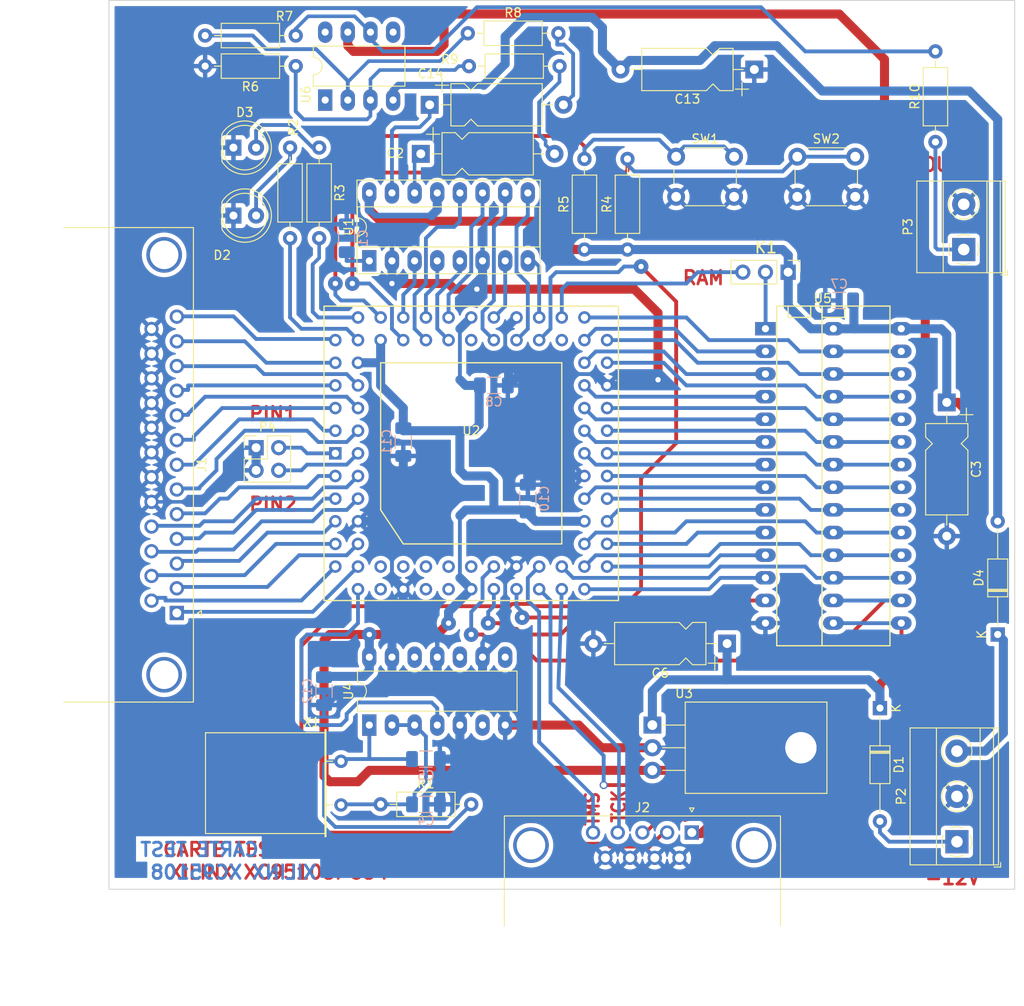
<source format=kicad_pcb>
(kicad_pcb (version 20241229) (generator "pcbnew") (generator_version "9.0")
  (title_block (title "CARTE TEST XILINX XC95108") (rev "0"))
  (layers (0 "F.Cu" signal) (2 "B.Cu" signal) (13 "F.Paste" user) (15 "B.Paste" user) (5 "F.SilkS" user "F.Silkscreen") (7 "B.SilkS" user "B.Silkscreen") (1 "F.Mask" user) (3 "B.Mask" user) (25 "Edge.Cuts" user))
  (net 0 "")
  (net 1 "+12V")
  (net 2 "-12V")
  (net 3 "/CSMEM")
  (net 4 "/DAT0")
  (net 5 "/DAT1")
  (net 6 "/DAT2")
  (net 7 "/DAT3")
  (net 8 "/DAT4")
  (net 9 "/DAT5")
  (net 10 "/DAT6")
  (net 11 "/DAT7")
  (net 12 "/DCLK")
  (net 13 "/LED1")
  (net 14 "/LED2")
  (net 15 "/MA0")
  (net 16 "/MA1")
  (net 17 "/MA2")
  (net 18 "/MA3")
  (net 19 "/MA4")
  (net 20 "/MA5")
  (net 21 "/MA6")
  (net 22 "/MA7")
  (net 23 "/MD0")
  (net 24 "/MD1")
  (net 25 "/MD10")
  (net 26 "/MD11")
  (net 27 "/MD12")
  (net 28 "/MD13")
  (net 29 "/MD14")
  (net 30 "/MD2")
  (net 31 "/MD3")
  (net 32 "/MD4")
  (net 33 "/MD5")
  (net 34 "/MD6")
  (net 35 "/MD7")
  (net 36 "/MD8")
  (net 37 "/MD9")
  (net 38 "/OEMEM")
  (net 39 "/PARBUS0")
  (net 40 "/PARBUS1")
  (net 41 "/PARBUS2")
  (net 42 "/PARBUS3")
  (net 43 "/PARBUS4")
  (net 44 "/PARBUS5")
  (net 45 "/PARBUS6")
  (net 46 "/PARBUS7")
  (net 47 "/PAR_AUX0{slash}STROBE*")
  (net 48 "/PAR_AUX6{slash}ACK")
  (net 49 "/PAR_AUX5{slash}BUSY*")
  (net 50 "/PAR_AUX4{slash}PE")
  (net 51 "/PAR_AUX3{slash}SELECT*")
  (net 52 "/PAR_AUX2{slash}AUTOLF*")
  (net 53 "/PAR_AUX1{slash}ERROR*")
  (net 54 "/PAR_AUX7{slash}INIT")
  (net 55 "/PAR_AUX8{slash}SELECT")
  (net 56 "/PIN_TEST0")
  (net 57 "/PIN_TEST1")
  (net 58 "/XIN{slash}CLK")
  (net 59 "/SW0")
  (net 60 "/SW1")
  (net 61 "/TCK")
  (net 62 "/TDI")
  (net 63 "/TDO")
  (net 64 "/TMS")
  (net 65 "Net-(U1-VREF)")
  (net 66 "GND")
  (net 67 "Net-(C2-Pad1)")
  (net 68 "Net-(C14-Pad1)")
  (net 69 "Net-(C14-Pad2)")
  (net 70 "Net-(D2-A)")
  (net 71 "Net-(C2-Pad2)")
  (net 72 "Net-(C4-Pad1)")
  (net 73 "Net-(C5-Pad1)")
  (net 74 "Net-(D3-A)")
  (net 75 "Net-(K1-PM)")
  (net 76 "Net-(P3-P1)")
  (net 77 "Net-(U6-+)")
  (net 78 "Net-(U6-OUT)")
  (net 79 "VCC")
  (net 80 "/+12BATT")
  (net 81 "/-12BATT")
  (net 82 "Net-(U6--)")
  (net 91 "/R{slash}W-A14")
  (footprint "footprints:D_DO-35_SOD27_P12.70mm_Horizontal" (layer "F.Cu") (at 181.102 115.57 -90)
    (property "Reference" "D1")
    (property "Value" "1N4004")
  )
  (footprint "footprints:D_DO-35_SOD27_P12.70mm_Horizontal" (layer "F.Cu") (at 194.31 107.315 90)
    (property "Reference" "D4")
    (property "Value" "1N4004")
  )
  (footprint "footprints:SW_PUSH_6mm_H4.3mm" (layer "F.Cu") (at 158.242 53.721)
    (property "Reference" "SW1")
    (property "Value" "SW_PUSH")
  )
  (footprint "footprints:PLCC84" (layer "F.Cu") (at 135.255 86.995)
    (property "Reference" "U2")
    (property "Value" "XC95108PC84")
  )
  (footprint "footprints:DIP-14_W7.62mm_LongPads" (layer "F.Cu") (at 123.825 117.475 90)
    (property "Reference" "U4")
    (property "Value" "74HC04")
  )
  (footprint "footprints:PinHeader_2x02_P2.54mm_Vertical" (layer "F.Cu") (at 111.125 86.36)
    (property "Reference" "P4")
    (property "Value" "CONN_2X2")
  )
  (footprint "footprints:PinHeader_1x03_P2.54mm_Vertical" (layer "F.Cu") (at 170.8 66.675 -90)
    (property "Reference" "K1")
    (property "Value" "CONN_3" (hide yes))
  )
  (footprint "footprints:R_Axial_DIN0207_L6.3mm_D2.5mm_P10.16mm_Horizontal" (layer "F.Cu") (at 114.935 52.705 -90)
    (property "Reference" "R2")
    (property "Value" "330")
  )
  (footprint "footprints:R_Axial_DIN0207_L6.3mm_D2.5mm_P10.16mm_Horizontal" (layer "F.Cu") (at 134.874 39.878)
    (property "Reference" "R8")
    (property "Value" "2,2K")
  )
  (footprint "footprints:R_Axial_DIN0207_L6.3mm_D2.5mm_P10.16mm_Horizontal" (layer "F.Cu") (at 187.325 52.07 90)
    (property "Reference" "R10")
    (property "Value" "75")
  )
  (footprint "footprints:R_Axial_DIN0207_L6.3mm_D2.5mm_P10.16mm_Horizontal" (layer "F.Cu") (at 135.001 43.561)
    (property "Reference" "R9")
    (property "Value" "2,2K")
  )
  (footprint "footprints:R_Axial_DIN0207_L6.3mm_D2.5mm_P10.16mm_Horizontal" (layer "F.Cu") (at 125.095 126.365)
    (property "Reference" "R1")
    (property "Value" "100K")
  )
  (footprint "footprints:R_Axial_DIN0207_L6.3mm_D2.5mm_P10.16mm_Horizontal" (layer "F.Cu") (at 147.955 64.135 90)
    (property "Reference" "R5")
    (property "Value" "4,7K")
  )
  (footprint "footprints:R_Axial_DIN0207_L6.3mm_D2.5mm_P10.16mm_Horizontal" (layer "F.Cu") (at 115.57 43.561 180)
    (property "Reference" "R6")
    (property "Value" "1,1k")
  )
  (footprint "footprints:R_Axial_DIN0207_L6.3mm_D2.5mm_P10.16mm_Horizontal" (layer "F.Cu") (at 118.2 52.7 -90)
    (property "Reference" "R3")
    (property "Value" "330")
  )
  (footprint "footprints:DIP-16_W7.62mm_Socket_LongPads" (layer "F.Cu") (at 123.825 65.405 90)
    (property "Reference" "U1")
    (property "Value" "TDA8702")
  )
  (footprint "footprints:Crystal_HC18-U_Horizontal" (layer "F.Cu") (at 120.65 121.539 -90)
    (property "Reference" "X1")
    (property "Value" "10MHz")
  )
  (footprint "footprints:R_Axial_DIN0207_L6.3mm_D2.5mm_P10.16mm_Horizontal" (layer "F.Cu") (at 152.781 64.135 90)
    (property "Reference" "R4")
    (property "Value" "4,7K")
  )
  (footprint "footprints:R_Axial_DIN0207_L6.3mm_D2.5mm_P10.16mm_Horizontal" (layer "F.Cu") (at 115.57 40.132 180)
    (property "Reference" "R7")
    (property "Value" "1,1K")
  )
  (footprint "footprints:LED_D5.0mm" (layer "F.Cu") (at 108.585 52.705)
    (property "Reference" "D3")
    (property "Value" "LED")
  )
  (footprint "footprints:LED_D5.0mm" (layer "F.Cu") (at 108.585 60.325)
    (property "Reference" "D2")
    (property "Value" "LED")
  )
  (footprint "footprints:DIP-8_W7.62mm_LongPads" (layer "F.Cu") (at 118.872 47.371 90)
    (property "Reference" "U6")
    (property "Value" "LM318N")
  )
  (footprint "footprints:DSUB-25_Female_Horizontal_P2.77x2.84mm_EdgePinOffset9.90mm_Housed_MountingHolesOffset11.32mm" (layer "F.Cu") (at 102.235 104.902 -90)
    (property "Reference" "J1")
    (property "Value" "DB25")
  )
  (footprint "footprints:TO-220-3_Horizontal_TabDown" (layer "F.Cu") (at 155.575 117.475 -90)
    (property "Reference" "U3")
    (property "Value" "LM7805")
  )
  (footprint "footprints:DSUB-9_Female_Horizontal_P2.77x2.84mm_EdgePinOffset7.70mm_Housed_MountingHolesOffset9.12mm" (layer "F.Cu") (at 159.999 129.527)
    (property "Reference" "J2")
    (property "Value" "DB9FEM")
  )
  (footprint "footprints:TerminalBlock_Phoenix_MKDS-1,5-3-5.08_1x03_P5.08mm_Horizontal" (layer "F.Cu") (at 189.738 130.556 90)
    (property "Reference" "P2")
    (property "Value" "CONN_3")
  )
  (footprint "footprints:TerminalBlock_Phoenix_MKDS-1,5-2-5.08_1x02_P5.08mm_Horizontal" (layer "F.Cu") (at 190.5 64.135 90)
    (property "Reference" "P3")
    (property "Value" "CONN_2")
  )
  (footprint "footprints:CP_Axial_L10.0mm_D4.5mm_P15.00mm_Horizontal" (layer "F.Cu") (at 167.005 43.942 180)
    (property "Reference" "C13")
    (property "Value" "10uF")
  )
  (footprint "footprints:CP_Axial_L10.0mm_D4.5mm_P15.00mm_Horizontal" (layer "F.Cu") (at 163.957 108.331 180)
    (property "Reference" "C6")
    (property "Value" "47uF")
  )
  (footprint "footprints:CP_Axial_L10.0mm_D4.5mm_P15.00mm_Horizontal" (layer "F.Cu") (at 188.595 81.28 -90)
    (property "Reference" "C3")
    (property "Value" "10uF")
  )
  (footprint "footprints:CP_Axial_L10.0mm_D4.5mm_P15.00mm_Horizontal" (layer "F.Cu") (at 129.6 53.4)
    (property "Reference" "C2")
    (property "Value" "10uF")
  )
  (footprint "footprints:SW_PUSH_6mm_H4.3mm" (layer "F.Cu") (at 171.831 53.721)
    (property "Reference" "SW2")
    (property "Value" "SW_PUSH")
  )
  (footprint "footprints:DIP-28__300__600_ELL" (layer "F.Cu") (at 168.275 73.025)
    (property "Reference" "U5")
    (property "Value" "RAM_32KO")
  )
  (footprint "footprints:CP_Axial_L10.0mm_D4.5mm_P15.00mm_Horizontal" (layer "F.Cu") (at 130.6 47.9)
    (property "Reference" "C14")
    (property "Value" "10uF")
  )
  (footprint "footprints:C_1206_3216Metric_Pad1.33x1.80mm_HandSolder" (layer "B.Cu") (at 121.285 62.865 90)
    (property "Reference" "C1")
    (property "Value" "100nF")
  )
  (footprint "footprints:C_1206_3216Metric_Pad1.33x1.80mm_HandSolder" (layer "B.Cu") (at 130.175 126.365)
    (property "Reference" "C4")
    (property "Value" "22pF")
  )
  (footprint "footprints:C_1206_3216Metric_Pad1.33x1.80mm_HandSolder" (layer "B.Cu") (at 130.175 121.285)
    (property "Reference" "C5")
    (property "Value" "22pF")
  )
  (footprint "footprints:C_1206_3216Metric_Pad1.33x1.80mm_HandSolder" (layer "B.Cu") (at 118.745 113.665 -90)
    (property "Reference" "C12")
    (property "Value" "100nF")
  )
  (footprint "footprints:C_1206_3216Metric_Pad1.33x1.80mm_HandSolder" (layer "B.Cu") (at 127.635 85.725 -90)
    (property "Reference" "C11")
    (property "Value" "100nF")
  )
  (footprint "footprints:C_1206_3216Metric_Pad1.33x1.80mm_HandSolder" (layer "B.Cu") (at 141.605 92.075 90)
    (property "Reference" "C10")
    (property "Value" "100nF")
  )
  (footprint "footprints:C_1206_3216Metric_Pad1.33x1.80mm_HandSolder" (layer "B.Cu") (at 137.795 79.375)
    (property "Reference" "C8")
    (property "Value" "100nF")
  )
  (footprint "footprints:C_1206_3216Metric_Pad1.33x1.80mm_HandSolder" (layer "B.Cu") (at 176.53 69.85 180)
    (property "Reference" "C7")
    (property "Value" "100nF")
  )
  (gr_line (start 196.215 37.465) (end 196.215 36.195) (stroke (width 0.1)) (layer "Edge.Cuts"))
  (gr_line (start 94.615 46.355) (end 94.615 53.975) (stroke (width 0.1)) (layer "Edge.Cuts"))
  (gr_line (start 196.215 36.195) (end 94.615 36.195) (stroke (width 0.1)) (layer "Edge.Cuts"))
  (gr_line (start 196.215 135.89) (end 194.945 135.89) (stroke (width 0.1)) (layer "Edge.Cuts"))
  (gr_line (start 160.655 135.89) (end 192.405 135.89) (stroke (width 0.1)) (layer "Edge.Cuts"))
  (gr_line (start 94.615 53.975) (end 94.615 132.715) (stroke (width 0.1)) (layer "Edge.Cuts"))
  (gr_line (start 94.615 132.715) (end 94.615 133.985) (stroke (width 0.1)) (layer "Edge.Cuts"))
  (gr_line (start 94.615 36.195) (end 94.615 46.355) (stroke (width 0.1)) (layer "Edge.Cuts"))
  (gr_line (start 192.405 135.89) (end 194.945 135.89) (stroke (width 0.1)) (layer "Edge.Cuts"))
  (gr_line (start 196.215 37.465) (end 196.215 135.89) (stroke (width 0.1)) (layer "Edge.Cuts"))
  (gr_line (start 94.615 133.985) (end 94.615 135.89) (stroke (width 0.1)) (layer "Edge.Cuts"))
  (gr_line (start 94.615 135.89) (end 144.78 135.89) (stroke (width 0.1)) (layer "Edge.Cuts"))
  (gr_line (start 144.78 135.89) (end 160.655 135.89) (stroke (width 0.1)) (layer "Edge.Cuts"))
  (gr_text "TCK" (at 151.827 126.585 90) (layer "F.Cu") (effects (font (size 1.524 1.3) (thickness 0.3048))))
  (gr_text "XILINX XC95108PC84" (at 113.665 133.985 0) (layer "F.Cu") (effects (font (size 1.524 1.524) (thickness 0.3048))))
  (gr_text "ROM" (at 176.53 67.31 0) (layer "F.Cu") (effects (font (size 1.524 1.524) (thickness 0.3048))))
  (gr_text "GND" (at 187.325 68.58 0) (layer "F.Cu") (effects (font (size 1.524 1.524) (thickness 0.3048))))
  (gr_text "GND" (at 183.388 124.841 90) (layer "F.Cu") (effects (font (size 1.524 1.524) (thickness 0.3048))))
  (gr_text "VOUT" (at 187.325 54.61 0) (layer "F.Cu") (effects (font (size 1.524 1.524) (thickness 0.3048))))
  (gr_text "VCC" (at 160.037 126.456 90) (layer "F.Cu") (effects (font (size 1.524 1.3) (thickness 0.3048))))
  (gr_text "PIN1" (at 113.03 82.55 0) (layer "F.Cu") (effects (font (size 1.524 1.524) (thickness 0.3048))))
  (gr_text "TDO" (at 157.487 126.338 90) (layer "F.Cu") (effects (font (size 1.524 1.3) (thickness 0.3048))))
  (gr_text "TMS" (at 148.844 126.873 90) (layer "F.Cu") (effects (font (size 1.524 1.3) (thickness 0.3048))))
  (gr_text "+12V" (at 189.865 116.713 0) (layer "F.Cu") (effects (font (size 1.524 1.524) (thickness 0.3048))))
  (gr_text "PIN2" (at 113.03 92.71 0) (layer "F.Cu") (effects (font (size 1.524 1.524) (thickness 0.3048))))
  (gr_text "-12V" (at 189.23 134.62 0) (layer "F.Cu") (effects (font (size 1.524 1.524) (thickness 0.3048))))
  (gr_text "RAM" (at 161.29 67.31 0) (layer "F.Cu") (effects (font (size 1.524 1.524) (thickness 0.3048))))
  (gr_text "CARTE TEST" (at 107.315 131.445 0) (layer "F.Cu") (effects (font (size 1.524 1.524) (thickness 0.3048))))
  (gr_text "TDI" (at 154.178 126.873 90) (layer "F.Cu") (effects (font (size 1.27 1.524) (thickness 0.3048))))
  (gr_text "XILINX XC95108" (at 108.585 133.985 0) (layer "B.Cu") (effects (font (size 1.524 1.524) (thickness 0.3048)) (justify mirror)))
  (gr_text "CARTE TEST" (at 104.775 131.445 0) (layer "B.Cu") (effects (font (size 1.524 1.524) (thickness 0.3048)) (justify mirror)))
  (segment (start 121.412 41.275) (end 121.412 39.751) (width 1.016) (layer "F.Cu") (net 1))
  (segment (start 181.102 115.57) (end 181.102 112.903) (width 1.016) (layer "F.Cu") (net 1))
  (segment (start 181.61 42.799) (end 176.53 37.719) (width 1.016) (layer "F.Cu") (net 1))
  (segment (start 132.842 37.719) (end 132.207 38.354) (width 1.016) (layer "F.Cu") (net 1))
  (segment (start 186.182 71.247) (end 181.61 66.675) (width 1.016) (layer "F.Cu") (net 1))
  (segment (start 181.102 112.903) (end 186.182 107.823) (width 1.016) (layer "F.Cu") (net 1))
  (segment (start 122.047 41.91) (end 121.412 41.275) (width 1.016) (layer "F.Cu") (net 1))
  (segment (start 176.53 37.719) (end 132.842 37.719) (width 1.016) (layer "F.Cu") (net 1))
  (segment (start 186.182 107.823) (end 186.182 71.247) (width 1.016) (layer "F.Cu") (net 1))
  (segment (start 132.207 41.148) (end 131.445 41.91) (width 1.016) (layer "F.Cu") (net 1))
  (segment (start 132.207 38.354) (end 132.207 41.148) (width 1.016) (layer "F.Cu") (net 1))
  (segment (start 181.61 66.675) (end 181.61 42.799) (width 1.016) (layer "F.Cu") (net 1))
  (segment (start 131.445 41.91) (end 122.047 41.91) (width 1.016) (layer "F.Cu") (net 1))
  (segment (start 163.83 112.395) (end 179.832 112.395) (width 1.016) (layer "B.Cu") (net 1))
  (segment (start 155.575 113.665) (end 155.575 117.475) (width 1.016) (layer "B.Cu") (net 1))
  (segment (start 181.102 113.665) (end 181.102 115.57) (width 1.016) (layer "B.Cu") (net 1))
  (segment (start 179.832 112.395) (end 181.102 113.665) (width 1.016) (layer "B.Cu") (net 1))
  (segment (start 156.845 112.395) (end 155.575 113.665) (width 1.016) (layer "B.Cu") (net 1))
  (segment (start 163.83 112.395) (end 163.957 112.268) (width 1.016) (layer "B.Cu") (net 1))
  (segment (start 163.957 112.268) (end 163.957 108.331) (width 1.016) (layer "B.Cu") (net 1))
  (segment (start 163.83 112.395) (end 156.845 112.395) (width 1.016) (layer "B.Cu") (net 1))
  (segment (start 149.973 41.91) (end 149.973 39.229) (width 1.016) (layer "B.Cu") (net 2))
  (segment (start 160.909 42.926) (end 162.56 41.275) (width 1.016) (layer "B.Cu") (net 2))
  (segment (start 149.973 39.229) (end 148.844 38.1) (width 1.016) (layer "B.Cu") (net 2))
  (segment (start 127.08 45.72) (end 136.652 45.72) (width 0.8) (layer "B.Cu") (net 2))
  (segment (start 126.492 46.308) (end 127.08 45.72) (width 0.8) (layer "B.Cu") (net 2))
  (segment (start 194.31 49.53) (end 191.135 46.355) (width 1.016) (layer "B.Cu") (net 2))
  (segment (start 141.224 38.1) (end 139.065 40.259) (width 1.016) (layer "B.Cu") (net 2))
  (segment (start 169.545 41.275) (end 174.625 46.355) (width 1.016) (layer "B.Cu") (net 2))
  (segment (start 139.065 40.259) (end 139.065 43.307) (width 1.016) (layer "B.Cu") (net 2))
  (segment (start 139.065 43.307) (end 136.652 45.72) (width 1.016) (layer "B.Cu") (net 2))
  (segment (start 174.625 46.355) (end 191.135 46.355) (width 1.016) (layer "B.Cu") (net 2))
  (segment (start 162.56 41.275) (end 169.545 41.275) (width 1.016) (layer "B.Cu") (net 2))
  (segment (start 126.492 47.371) (end 126.492 46.308) (width 0.8) (layer "B.Cu") (net 2))
  (segment (start 160.909 42.926) (end 153.021 42.926) (width 1.016) (layer "B.Cu") (net 2))
  (segment (start 153.021 42.926) (end 152.005 43.942) (width 1.016) (layer "B.Cu") (net 2))
  (segment (start 194.31 94.615) (end 194.31 49.53) (width 1.016) (layer "B.Cu") (net 2))
  (segment (start 148.844 38.1) (end 141.224 38.1) (width 1.016) (layer "B.Cu") (net 2))
  (segment (start 152.005 43.942) (end 149.973 41.91) (width 1.016) (layer "B.Cu") (net 2))
  (segment (start 183.515 93.345) (end 175.895 93.345) (width 0.4318) (layer "B.Cu") (net 3))
  (segment (start 175.895 93.345) (end 173.355 93.345) (width 0.4318) (layer "B.Cu") (net 3))
  (segment (start 173.355 93.345) (end 172.085 92.075) (width 0.4318) (layer "B.Cu") (net 3))
  (segment (start 150.495 92.075) (end 172.085 92.075) (width 0.4318) (layer "B.Cu") (net 3))
  (segment (start 130.175 67.945) (end 130.175 62.865) (width 0.4318) (layer "B.Cu") (net 4))
  (segment (start 133.35 61.595) (end 133.985 60.96) (width 0.4318) (layer "B.Cu") (net 4))
  (segment (start 133.985 60.96) (end 133.985 57.785) (width 0.4318) (layer "B.Cu") (net 4))
  (segment (start 128.905 69.215) (end 130.175 67.945) (width 0.4318) (layer "B.Cu") (net 4))
  (segment (start 131.445 61.595) (end 133.35 61.595) (width 0.4318) (layer "B.Cu") (net 4))
  (segment (start 130.175 62.865) (end 131.445 61.595) (width 0.4318) (layer "B.Cu") (net 4))
  (segment (start 130.175 74.295) (end 128.905 73.025) (width 0.4318) (layer "B.Cu") (net 4))
  (segment (start 128.905 73.025) (end 128.905 69.215) (width 0.4318) (layer "B.Cu") (net 4))
  (segment (start 135.255 61.595) (end 136.525 60.325) (width 0.4318) (layer "B.Cu") (net 5))
  (segment (start 132.715 69.215) (end 135.255 66.675) (width 0.4318) (layer "B.Cu") (net 5))
  (segment (start 136.525 57.785) (end 136.525 60.325) (width 0.4318) (layer "B.Cu") (net 5))
  (segment (start 135.255 61.595) (end 135.255 66.675) (width 0.4318) (layer "B.Cu") (net 5))
  (segment (start 132.715 69.215) (end 132.715 71.755) (width 0.4318) (layer "B.Cu") (net 5))
  (segment (start 128.905 67.945) (end 127.635 69.215) (width 0.4318) (layer "B.Cu") (net 6))
  (segment (start 128.905 65.405) (end 128.905 67.945) (width 0.4318) (layer "B.Cu") (net 6))
  (segment (start 127.635 69.215) (end 127.635 71.755) (width 0.4318) (layer "B.Cu") (net 6))
  (segment (start 130.175 69.215) (end 131.445 67.945) (width 0.4318) (layer "B.Cu") (net 7))
  (segment (start 130.175 71.755) (end 130.175 69.215) (width 0.4318) (layer "B.Cu") (net 7))
  (segment (start 131.445 67.945) (end 131.445 65.405) (width 0.4318) (layer "B.Cu") (net 7))
  (segment (start 139.065 60.325) (end 137.795 61.595) (width 0.4318) (layer "B.Cu") (net 8))
  (segment (start 136.525 71.12) (end 137.795 69.85) (width 0.4318) (layer "B.Cu") (net 8))
  (segment (start 139.065 57.785) (end 139.065 60.325) (width 0.4318) (layer "B.Cu") (net 8))
  (segment (start 137.795 69.85) (end 137.795 61.595) (width 0.4318) (layer "B.Cu") (net 8))
  (segment (start 136.525 73.025) (end 137.795 74.295) (width 0.4318) (layer "B.Cu") (net 8))
  (segment (start 136.525 71.12) (end 136.525 73.025) (width 0.4318) (layer "B.Cu") (net 8))
  (segment (start 140.335 74.295) (end 141.605 73.025) (width 0.4318) (layer "B.Cu") (net 9))
  (segment (start 141.605 57.785) (end 141.605 60.325) (width 0.4318) (layer "B.Cu") (net 9))
  (segment (start 141.605 67.945) (end 140.335 66.675) (width 0.4318) (layer "B.Cu") (net 9))
  (segment (start 141.605 60.325) (end 140.335 61.595) (width 0.4318) (layer "B.Cu") (net 9))
  (segment (start 140.335 61.595) (end 140.335 66.675) (width 0.4318) (layer "B.Cu") (net 9))
  (segment (start 141.605 73.025) (end 141.605 67.945) (width 0.4318) (layer "B.Cu") (net 9))
  (segment (start 142.875 71.755) (end 142.875 66.04) (width 0.4318) (layer "B.Cu") (net 10))
  (segment (start 142.875 66.04) (end 142.24 65.405) (width 0.4318) (layer "B.Cu") (net 10))
  (segment (start 142.24 65.405) (end 141.605 65.405) (width 0.4318) (layer "B.Cu") (net 10))
  (segment (start 139.065 70.485) (end 137.795 71.755) (width 0.4318) (layer "B.Cu") (net 11))
  (segment (start 139.065 65.405) (end 139.065 70.485) (width 0.4318) (layer "B.Cu") (net 11))
  (segment (start 133.985 66.675) (end 133.985 65.405) (width 0.4318) (layer "B.Cu") (net 12))
  (segment (start 131.445 69.215) (end 133.985 66.675) (width 0.4318) (layer "B.Cu") (net 12))
  (segment (start 131.445 73.025) (end 131.445 69.215) (width 0.4318) (layer "B.Cu") (net 12))
  (segment (start 132.715 74.295) (end 131.445 73.025) (width 0.4318) (layer "B.Cu") (net 12))
  (segment (start 116.205 73.025) (end 114.935 71.755) (width 0.4318) (layer "B.Cu") (net 13))
  (segment (start 114.935 62.865) (end 114.935 71.755) (width 0.4318) (layer "B.Cu") (net 13))
  (segment (start 121.285 73.025) (end 122.555 74.295) (width 0.4318) (layer "B.Cu") (net 13))
  (segment (start 116.205 73.025) (end 121.285 73.025) (width 0.4318) (layer "B.Cu") (net 13))
  (segment (start 117.475 71.12) (end 118.11 71.755) (width 0.4318) (layer "B.Cu") (net 14))
  (segment (start 118.2 62.86) (end 118.2 65.075) (width 0.4) (layer "B.Cu") (net 14))
  (segment (start 117.475 65.8) (end 117.475 71.12) (width 0.4318) (layer "B.Cu") (net 14))
  (segment (start 118.2 65.075) (end 117.475 65.8) (width 0.4) (layer "B.Cu") (net 14))
  (segment (start 118.11 71.755) (end 122.555 71.755) (width 0.4318) (layer "B.Cu") (net 14))
  (segment (start 161.925 99.695) (end 163.195 98.425) (width 0.4318) (layer "B.Cu") (net 15))
  (segment (start 150.495 99.695) (end 161.925 99.695) (width 0.4318) (layer "B.Cu") (net 15))
  (segment (start 163.195 98.425) (end 168.275 98.425) (width 0.4318) (layer "B.Cu") (net 15))
  (segment (start 161.925 102.235) (end 163.195 100.965) (width 0.4318) (layer "B.Cu") (net 16))
  (segment (start 163.195 100.965) (end 168.275 100.965) (width 0.4318) (layer "B.Cu") (net 16))
  (segment (start 147.955 102.235) (end 161.925 102.235) (width 0.4318) (layer "B.Cu") (net 16))
  (segment (start 161.925 105.41) (end 163.83 103.505) (width 0.4318) (layer "F.Cu") (net 17))
  (segment (start 140.97 105.41) (end 161.925 105.41) (width 0.4318) (layer "F.Cu") (net 17))
  (segment (start 163.83 103.505) (end 168.275 103.505) (width 0.4318) (layer "F.Cu") (net 17))
  (via (at 140.97 105.41) (size 1.651) (drill 0.6) (layers "F.Cu" "B.Cu") (net 17))
  (segment (start 140.335 102.235) (end 140.335 104.14) (width 0.4318) (layer "B.Cu") (net 17))
  (segment (start 140.97 104.775) (end 140.97 105.41) (width 0.4318) (layer "B.Cu") (net 17))
  (segment (start 140.335 104.14) (end 140.97 104.775) (width 0.4318) (layer "B.Cu") (net 17))
  (segment (start 169.926 109.22) (end 182.88 109.22) (width 0.4318) (layer "F.Cu") (net 18))
  (segment (start 137.16 107.95) (end 140.335 107.95) (width 0.4318) (layer "F.Cu") (net 18))
  (segment (start 183.515 108.585) (end 183.515 106.045) (width 0.4318) (layer "F.Cu") (net 18))
  (segment (start 140.335 107.95) (end 142.621 110.236) (width 0.4318) (layer "F.Cu") (net 18))
  (segment (start 168.91 110.236) (end 169.926 109.22) (width 0.4318) (layer "F.Cu") (net 18))
  (segment (start 136.525 107.315) (end 137.16 107.95) (width 0.4318) (layer "F.Cu") (net 18))
  (segment (start 135.255 107.315) (end 136.525 107.315) (width 0.4318) (layer "F.Cu") (net 18))
  (segment (start 182.88 109.22) (end 183.515 108.585) (width 0.4318) (layer "F.Cu") (net 18))
  (segment (start 142.621 110.236) (end 168.91 110.236) (width 0.4318) (layer "F.Cu") (net 18))
  (via (at 135.255 107.315) (size 1.651) (drill 0.6) (layers "F.Cu" "B.Cu") (net 18))
  (segment (start 136.525 100.965) (end 137.795 99.695) (width 0.4318) (layer "B.Cu") (net 18))
  (segment (start 135.255 107.315) (end 135.255 104.775) (width 0.4318) (layer "B.Cu") (net 18))
  (segment (start 136.525 103.505) (end 136.525 100.965) (width 0.4318) (layer "B.Cu") (net 18))
  (segment (start 135.255 104.775) (end 136.525 103.505) (width 0.4318) (layer "B.Cu") (net 18))
  (segment (start 175.895 106.045) (end 183.515 106.045) (width 0.4318) (layer "B.Cu") (net 18))
  (segment (start 166.751 107.95) (end 177.165 107.95) (width 0.4318) (layer "F.Cu") (net 19))
  (segment (start 139.065 106.68) (end 140.335 106.68) (width 0.4318) (layer "F.Cu") (net 19))
  (segment (start 177.165 107.95) (end 181.61 103.505) (width 0.4318) (layer "F.Cu") (net 19))
  (segment (start 140.97 107.315) (end 145.288 107.315) (width 0.4318) (layer "F.Cu") (net 19))
  (segment (start 137.16 106.045) (end 138.43 106.045) (width 0.4318) (layer "F.Cu") (net 19))
  (segment (start 145.288 107.315) (end 146.177 106.426) (width 0.4318) (layer "F.Cu") (net 19))
  (segment (start 146.177 106.426) (end 165.227 106.426) (width 0.4318) (layer "F.Cu") (net 19))
  (segment (start 140.335 106.68) (end 140.97 107.315) (width 0.4318) (layer "F.Cu") (net 19))
  (segment (start 181.61 103.505) (end 183.515 103.505) (width 0.4318) (layer "F.Cu") (net 19))
  (segment (start 138.43 106.045) (end 139.065 106.68) (width 0.4318) (layer "F.Cu") (net 19))
  (segment (start 165.227 106.426) (end 166.751 107.95) (width 0.4318) (layer "F.Cu") (net 19))
  (via (at 137.16 106.045) (size 1.651) (drill 0.6) (layers "F.Cu" "B.Cu") (net 19))
  (segment (start 137.795 104.14) (end 137.16 104.775) (width 0.4318) (layer "B.Cu") (net 19))
  (segment (start 137.795 104.14) (end 137.795 102.235) (width 0.4318) (layer "B.Cu") (net 19))
  (segment (start 183.515 103.505) (end 175.895 103.505) (width 0.4318) (layer "B.Cu") (net 19))
  (segment (start 137.16 104.775) (end 137.16 106.045) (width 0.4318) (layer "B.Cu") (net 19))
  (segment (start 161.925 100.965) (end 163.195 99.695) (width 0.4318) (layer "B.Cu") (net 20))
  (segment (start 175.895 100.965) (end 173.99 100.965) (width 0.4318) (layer "B.Cu") (net 20))
  (segment (start 163.195 99.695) (end 172.72 99.695) (width 0.4318) (layer "B.Cu") (net 20))
  (segment (start 173.99 100.965) (end 172.72 99.695) (width 0.4318) (layer "B.Cu") (net 20))
  (segment (start 145.415 99.695) (end 146.685 100.965) (width 0.4318) (layer "B.Cu") (net 20))
  (segment (start 175.895 100.965) (end 183.515 100.965) (width 0.4318) (layer "B.Cu") (net 20))
  (segment (start 146.685 100.965) (end 161.925 100.965) (width 0.4318) (layer "B.Cu") (net 20))
  (segment (start 183.515 98.425) (end 175.895 98.425) (width 0.4318) (layer "B.Cu") (net 21))
  (segment (start 175.895 98.425) (end 173.355 98.425) (width 0.4318) (layer "B.Cu") (net 21))
  (segment (start 149.225 98.425) (end 161.925 98.425) (width 0.4318) (layer "B.Cu") (net 21))
  (segment (start 161.925 98.425) (end 163.195 97.155) (width 0.4318) (layer "B.Cu") (net 21))
  (segment (start 163.195 97.155) (end 172.085 97.155) (width 0.4318) (layer "B.Cu") (net 21))
  (segment (start 147.955 99.695) (end 149.225 98.425) (width 0.4318) (layer "B.Cu") (net 21))
  (segment (start 173.355 98.425) (end 172.085 97.155) (width 0.4318) (layer "B.Cu") (net 21))
  (segment (start 149.225 95.885) (end 158.115 95.885) (width 0.4318) (layer "B.Cu") (net 22))
  (segment (start 158.115 95.885) (end 159.385 94.615) (width 0.4318) (layer "B.Cu") (net 22))
  (segment (start 147.955 97.155) (end 149.225 95.885) (width 0.4318) (layer "B.Cu") (net 22))
  (segment (start 173.99 95.885) (end 172.72 94.615) (width 0.4318) (layer "B.Cu") (net 22))
  (segment (start 183.515 95.885) (end 175.895 95.885) (width 0.4318) (layer "B.Cu") (net 22))
  (segment (start 175.895 95.885) (end 173.99 95.885) (width 0.4318) (layer "B.Cu") (net 22))
  (segment (start 172.72 94.615) (end 159.385 94.615) (width 0.4318) (layer "B.Cu") (net 22))
  (segment (start 159.385 97.155) (end 160.655 95.885) (width 0.4318) (layer "B.Cu") (net 23))
  (segment (start 160.655 95.885) (end 168.275 95.885) (width 0.4318) (layer "B.Cu") (net 23))
  (segment (start 150.495 97.155) (end 159.385 97.155) (width 0.4318) (layer "B.Cu") (net 23))
  (segment (start 150.495 94.615) (end 151.765 93.345) (width 0.4318) (layer "B.Cu") (net 24))
  (segment (start 151.765 93.345) (end 168.275 93.345) (width 0.4318) (layer "B.Cu") (net 24))
  (segment (start 183.515 90.805) (end 175.895 90.805) (width 0.4318) (layer "B.Cu") (net 25))
  (segment (start 150.495 89.535) (end 172.72 89.535) (width 0.4318) (layer "B.Cu") (net 25))
  (segment (start 175.895 90.805) (end 173.99 90.805) (width 0.4318) (layer "B.Cu") (net 25))
  (segment (start 173.99 90.805) (end 172.72 89.535) (width 0.4318) (layer "B.Cu") (net 25))
  (segment (start 175.895 85.725) (end 183.515 85.725) (width 0.4318) (layer "B.Cu") (net 26))
  (segment (start 175.895 85.725) (end 173.99 85.725) (width 0.4318) (layer "B.Cu") (net 26))
  (segment (start 173.99 85.725) (end 172.72 84.455) (width 0.4318) (layer "B.Cu") (net 26))
  (segment (start 150.495 84.455) (end 172.72 84.455) (width 0.4318) (layer "B.Cu") (net 26))
  (segment (start 147.955 74.295) (end 149.225 73.025) (width 0.4318) (layer "B.Cu") (net 27))
  (segment (start 160.655 75.565) (end 168.275 75.565) (width 0.4318) (layer "B.Cu") (net 27))
  (segment (start 149.225 73.025) (end 158.115 73.025) (width 0.4318) (layer "B.Cu") (net 27))
  (segment (start 158.115 73.025) (end 160.655 75.565) (width 0.4318) (layer "B.Cu") (net 27))
  (segment (start 175.895 78.105) (end 183.515 78.105) (width 0.4318) (layer "B.Cu") (net 28))
  (segment (start 175.895 78.105) (end 172.085 78.105) (width 0.4318) (layer "B.Cu") (net 28))
  (segment (start 170.815 76.835) (end 172.085 78.105) (width 0.4318) (layer "B.Cu") (net 28))
  (segment (start 160.655 76.835) (end 170.815 76.835) (width 0.4318) (layer "B.Cu") (net 28))
  (segment (start 158.115 74.295) (end 160.655 76.835) (width 0.4318) (layer "B.Cu") (net 28))
  (segment (start 158.115 74.295) (end 150.495 74.295) (width 0.4318) (layer "B.Cu") (net 28))
  (segment (start 160.655 66.675) (end 165.735 66.675) (width 0.4318) (layer "B.Cu") (net 29))
  (segment (start 145.415 68.58) (end 146.05 67.945) (width 0.4318) (layer "B.Cu") (net 29))
  (segment (start 159.385 67.945) (end 160.655 66.675) (width 0.4318) (layer "B.Cu") (net 29))
  (segment (start 146.05 67.945) (end 159.385 67.945) (width 0.4318) (layer "B.Cu") (net 29))
  (segment (start 145.415 71.755) (end 145.415 68.58) (width 0.4318) (layer "B.Cu") (net 29))
  (segment (start 149.225 90.805) (end 168.275 90.805) (width 0.4318) (layer "B.Cu") (net 30))
  (segment (start 147.955 92.075) (end 149.225 90.805) (width 0.4318) (layer "B.Cu") (net 30))
  (segment (start 149.225 88.265) (end 168.275 88.265) (width 0.4318) (layer "B.Cu") (net 31))
  (segment (start 147.955 86.995) (end 149.225 88.265) (width 0.4318) (layer "B.Cu") (net 31))
  (segment (start 149.225 85.725) (end 147.955 84.455) (width 0.4318) (layer "B.Cu") (net 32))
  (segment (start 168.275 85.725) (end 149.225 85.725) (width 0.4318) (layer "B.Cu") (net 32))
  (segment (start 168.275 83.185) (end 149.225 83.185) (width 0.4318) (layer "B.Cu") (net 33))
  (segment (start 149.225 83.185) (end 147.955 81.915) (width 0.4318) (layer "B.Cu") (net 33))
  (segment (start 149.225 80.645) (end 168.275 80.645) (width 0.4318) (layer "B.Cu") (net 34))
  (segment (start 147.955 79.375) (end 149.225 80.645) (width 0.4318) (layer "B.Cu") (net 34))
  (segment (start 149.225 75.565) (end 147.955 76.835) (width 0.4318) (layer "B.Cu") (net 35))
  (segment (start 156.845 75.565) (end 149.225 75.565) (width 0.4318) (layer "B.Cu") (net 35))
  (segment (start 168.275 78.105) (end 159.385 78.105) (width 0.4318) (layer "B.Cu") (net 35))
  (segment (start 159.385 78.105) (end 156.845 75.565) (width 0.4318) (layer "B.Cu") (net 35))
  (segment (start 159.385 79.375) (end 172.72 79.375) (width 0.4318) (layer "B.Cu") (net 36))
  (segment (start 173.99 80.645) (end 172.72 79.375) (width 0.4318) (layer "B.Cu") (net 36))
  (segment (start 150.495 76.835) (end 156.845 76.835) (width 0.4318) (layer "B.Cu") (net 36))
  (segment (start 175.895 80.645) (end 173.99 80.645) (width 0.4318) (layer "B.Cu") (net 36))
  (segment (start 156.845 76.835) (end 159.385 79.375) (width 0.4318) (layer "B.Cu") (net 36))
  (segment (start 175.895 80.645) (end 183.515 80.645) (width 0.4318) (layer "B.Cu") (net 36))
  (segment (start 175.895 83.185) (end 183.515 83.185) (width 0.4318) (layer "B.Cu") (net 37))
  (segment (start 150.495 81.915) (end 172.72 81.915) (width 0.4318) (layer "B.Cu") (net 37))
  (segment (start 173.99 83.185) (end 172.72 81.915) (width 0.4318) (layer "B.Cu") (net 37))
  (segment (start 175.895 83.185) (end 173.99 83.185) (width 0.4318) (layer "B.Cu") (net 37))
  (segment (start 175.895 88.265) (end 173.99 88.265) (width 0.4318) (layer "B.Cu") (net 38))
  (segment (start 150.495 86.995) (end 172.72 86.995) (width 0.4318) (layer "B.Cu") (net 38))
  (segment (start 175.895 88.265) (end 183.515 88.265) (width 0.4318) (layer "B.Cu") (net 38))
  (segment (start 173.99 88.265) (end 172.72 86.995) (width 0.4318) (layer "B.Cu") (net 38))
  (segment (start 112.395 101.981) (end 115.951 98.425) (width 0.4318) (layer "B.Cu") (net 39))
  (segment (start 102.235 101.981) (end 112.395 101.981) (width 0.4318) (layer "B.Cu") (net 39))
  (segment (start 121.285 98.425) (end 122.555 97.155) (width 0.4318) (layer "B.Cu") (net 39))
  (segment (start 115.951 98.425) (end 121.285 98.425) (width 0.4318) (layer "B.Cu") (net 39))
  (segment (start 118.745 95.885) (end 120.015 94.615) (width 0.4318) (layer "B.Cu") (net 40))
  (segment (start 112.395 95.885) (end 109.22 99.06) (width 0.4318) (layer "B.Cu") (net 40))
  (segment (start 102.235 99.06) (end 102.235 99.314) (width 0.4318) (layer "B.Cu") (net 40))
  (segment (start 109.22 99.06) (end 102.235 99.06) (width 0.4318) (layer "B.Cu") (net 40))
  (segment (start 112.395 95.885) (end 118.745 95.885) (width 0.4318) (layer "B.Cu") (net 40))
  (segment (start 105.41 95.885) (end 108.585 95.885) (width 0.4318) (layer "B.Cu") (net 41))
  (segment (start 104.775 96.52) (end 105.41 95.885) (width 0.4318) (layer "B.Cu") (net 41))
  (segment (start 111.125 93.345) (end 117.475 93.345) (width 0.4318) (layer "B.Cu") (net 41))
  (segment (start 102.235 96.52) (end 104.775 96.52) (width 0.4318) (layer "B.Cu") (net 41))
  (segment (start 117.475 93.345) (end 118.745 92.075) (width 0.4318) (layer "B.Cu") (net 41))
  (segment (start 108.585 95.885) (end 111.125 93.345) (width 0.4318) (layer "B.Cu") (net 41))
  (segment (start 118.745 92.075) (end 120.015 92.075) (width 0.4318) (layer "B.Cu") (net 41))
  (segment (start 116.84 90.805) (end 118.11 89.535) (width 0.4318) (layer "B.Cu") (net 42))
  (segment (start 107.95 92.075) (end 109.22 90.805) (width 0.4318) (layer "B.Cu") (net 42))
  (segment (start 107.061 92.075) (end 107.95 92.075) (width 0.4318) (layer "B.Cu") (net 42))
  (segment (start 118.11 89.535) (end 120.015 89.535) (width 0.4318) (layer "B.Cu") (net 42))
  (segment (start 105.41 93.726) (end 107.061 92.075) (width 0.4318) (layer "B.Cu") (net 42))
  (segment (start 102.235 93.726) (end 105.41 93.726) (width 0.4318) (layer "B.Cu") (net 42))
  (segment (start 109.22 90.805) (end 116.84 90.805) (width 0.4318) (layer "B.Cu") (net 42))
  (segment (start 104.775 90.932) (end 104.775 90.805) (width 0.4318) (layer "B.Cu") (net 43))
  (segment (start 106.68 88.9) (end 106.68 87.63) (width 0.4318) (layer "B.Cu") (net 43))
  (segment (start 104.775 90.805) (end 106.68 88.9) (width 0.4318) (layer "B.Cu") (net 43))
  (segment (start 118.11 85.725) (end 121.285 85.725) (width 0.4318) (layer "B.Cu") (net 43))
  (segment (start 121.285 85.725) (end 122.555 84.455) (width 0.4318) (layer "B.Cu") (net 43))
  (segment (start 106.68 87.63) (end 109.855 84.455) (width 0.4318) (layer "B.Cu") (net 43))
  (segment (start 116.84 84.455) (end 118.11 85.725) (width 0.4318) (layer "B.Cu") (net 43))
  (segment (start 109.855 84.455) (end 116.84 84.455) (width 0.4318) (layer "B.Cu") (net 43))
  (segment (start 102.235 90.932) (end 104.775 90.932) (width 0.4318) (layer "B.Cu") (net 43))
  (segment (start 118.745 84.455) (end 120.015 84.455) (width 0.4318) (layer "B.Cu") (net 44))
  (segment (start 117.475 83.185) (end 118.745 84.455) (width 0.4318) (layer "B.Cu") (net 44))
  (segment (start 109.22 83.185) (end 117.475 83.185) (width 0.4318) (layer "B.Cu") (net 44))
  (segment (start 102.235 88.265) (end 104.14 88.265) (width 0.4318) (layer "B.Cu") (net 44))
  (segment (start 104.14 88.265) (end 109.22 83.185) (width 0.4318) (layer "B.Cu") (net 44))
  (segment (start 102.235 85.471) (end 104.14 85.471) (width 0.4318) (layer "B.Cu") (net 45))
  (segment (start 104.14 85.471) (end 104.14 85.09) (width 0.4318) (layer "B.Cu") (net 45))
  (segment (start 107.315 81.915) (end 120.015 81.915) (width 0.4318) (layer "B.Cu") (net 45))
  (segment (start 104.14 85.09) (end 107.315 81.915) (width 0.4318) (layer "B.Cu") (net 45))
  (segment (start 102.235 82.677) (end 103.505 82.677) (width 0.4318) (layer "B.Cu") (net 46))
  (segment (start 103.505 82.677) (end 103.505 82.55) (width 0.4318) (layer "B.Cu") (net 46))
  (segment (start 121.285 80.645) (end 122.555 81.915) (width 0.4318) (layer "B.Cu") (net 46))
  (segment (start 103.505 82.55) (end 105.41 80.645) (width 0.4318) (layer "B.Cu") (net 46))
  (segment (start 105.41 80.645) (end 121.285 80.645) (width 0.4318) (layer "B.Cu") (net 46))
  (segment (start 102.235 104.775) (end 117.475 104.775) (width 0.4318) (layer "B.Cu") (net 47))
  (segment (start 117.475 104.775) (end 122.555 99.695) (width 0.4318) (layer "B.Cu") (net 47))
  (segment (start 103.505 79.883) (end 103.505 79.375) (width 0.4318) (layer "B.Cu") (net 48))
  (segment (start 102.235 79.883) (end 103.505 79.883) (width 0.4318) (layer "B.Cu") (net 48))
  (segment (start 103.505 79.375) (end 120.015 79.375) (width 0.4318) (layer "B.Cu") (net 48))
  (segment (start 112.014 78.105) (end 121.285 78.105) (width 0.4318) (layer "B.Cu") (net 49))
  (segment (start 102.235 77.216) (end 111.125 77.216) (width 0.4318) (layer "B.Cu") (net 49))
  (segment (start 111.125 77.216) (end 112.014 78.105) (width 0.4318) (layer "B.Cu") (net 49))
  (segment (start 121.285 78.105) (end 122.555 79.375) (width 0.4318) (layer "B.Cu") (net 49))
  (segment (start 102.235 74.422) (end 109.855 74.422) (width 0.4318) (layer "B.Cu") (net 50))
  (segment (start 112.268 76.835) (end 120.015 76.835) (width 0.4318) (layer "B.Cu") (net 50))
  (segment (start 109.855 74.422) (end 112.268 76.835) (width 0.4318) (layer "B.Cu") (net 50))
  (segment (start 108.585 71.628) (end 111.125 74.168) (width 0.4318) (layer "B.Cu") (net 51))
  (segment (start 111.125 74.168) (end 120.015 74.168) (width 0.4318) (layer "B.Cu") (net 51))
  (segment (start 102.235 71.628) (end 108.585 71.628) (width 0.4318) (layer "B.Cu") (net 51))
  (segment (start 120.015 74.168) (end 120.015 74.295) (width 0.4318) (layer "B.Cu") (net 51))
  (segment (start 100.965 103.2002) (end 100.965 103.505) (width 0.4318) (layer "B.Cu") (net 52))
  (segment (start 100.965 103.505) (end 116.205 103.505) (width 0.4318) (layer "B.Cu") (net 52))
  (segment (start 116.205 103.505) (end 120.015 99.695) (width 0.4318) (layer "B.Cu") (net 52))
  (segment (start 99.695 103.2002) (end 100.965 103.2002) (width 0.4318) (layer "B.Cu") (net 52))
  (segment (start 99.695 100.6602) (end 109.855 100.6602) (width 0.4318) (layer "B.Cu") (net 53))
  (segment (start 113.3602 97.155) (end 120.015 97.155) (width 0.4318) (layer "B.Cu") (net 53))
  (segment (start 109.855 100.6602) (end 113.3602 97.155) (width 0.4318) (layer "B.Cu") (net 53))
  (segment (start 111.76 94.615) (end 117.475 94.615) (width 0.4318) (layer "B.Cu") (net 54))
  (segment (start 99.8728 98.044) (end 104.394 98.044) (width 0.4318) (layer "B.Cu") (net 54))
  (segment (start 104.394 98.044) (end 104.648 97.79) (width 0.4318) (layer "B.Cu") (net 54))
  (segment (start 121.285 93.345) (end 122.555 92.075) (width 0.4318) (layer "B.Cu") (net 54))
  (segment (start 118.745 93.345) (end 121.285 93.345) (width 0.4318) (layer "B.Cu") (net 54))
  (segment (start 108.585 97.79) (end 111.76 94.615) (width 0.4318) (layer "B.Cu") (net 54))
  (segment (start 118.745 93.345) (end 117.475 94.615) (width 0.4318) (layer "B.Cu") (net 54))
  (segment (start 104.648 97.79) (end 108.585 97.79) (width 0.4318) (layer "B.Cu") (net 54))
  (segment (start 99.695 97.8662) (end 99.8728 98.044) (width 0.4318) (layer "B.Cu") (net 54))
  (segment (start 104.775 95.123) (end 105.283 94.615) (width 0.4318) (layer "B.Cu") (net 55))
  (segment (start 121.285 90.805) (end 122.555 89.535) (width 0.4318) (layer "B.Cu") (net 55))
  (segment (start 105.283 94.615) (end 108.585 94.615) (width 0.4318) (layer "B.Cu") (net 55))
  (segment (start 118.745 90.805) (end 121.285 90.805) (width 0.4318) (layer "B.Cu") (net 55))
  (segment (start 99.695 95.123) (end 104.775 95.123) (width 0.4318) (layer "B.Cu") (net 55))
  (segment (start 111.125 92.075) (end 117.475 92.075) (width 0.4318) (layer "B.Cu") (net 55))
  (segment (start 117.475 92.075) (end 118.745 90.805) (width 0.4318) (layer "B.Cu") (net 55))
  (segment (start 108.585 94.615) (end 111.125 92.075) (width 0.4318) (layer "B.Cu") (net 55))
  (segment (start 116.205 86.36) (end 116.84 86.995) (width 0.4318) (layer "B.Cu") (net 56))
  (segment (start 116.84 86.995) (end 120.015 86.995) (width 0.4318) (layer "B.Cu") (net 56))
  (segment (start 113.665 86.36) (end 116.205 86.36) (width 0.4318) (layer "B.Cu") (net 56))
  (segment (start 113.665 88.9) (end 116.205 88.9) (width 0.4318) (layer "B.Cu") (net 57))
  (segment (start 116.84 88.265) (end 121.285 88.265) (width 0.4318) (layer "B.Cu") (net 57))
  (segment (start 116.205 88.9) (end 116.84 88.265) (width 0.4318) (layer "B.Cu") (net 57))
  (segment (start 121.285 88.265) (end 122.555 86.995) (width 0.4318) (layer "B.Cu") (net 57))
  (segment (start 121.285 107.315) (end 122.555 106.045) (width 0.4318) (layer "B.Cu") (net 58))
  (segment (start 121.285 116.205) (end 121.285 116.84) (width 0.4318) (layer "B.Cu") (net 58))
  (segment (start 121.285 116.84) (end 120.65 117.475) (width 0.4318) (layer "B.Cu") (net 58))
  (segment (start 131.445 117.475) (end 131.445 115.57) (width 0.4318) (layer "B.Cu") (net 58))
  (segment (start 116.205 107.95) (end 116.84 107.315) (width 0.4318) (layer "B.Cu") (net 58))
  (segment (start 131.445 115.57) (end 130.81 114.935) (width 0.4318) (layer "B.Cu") (net 58))
  (segment (start 130.81 114.935) (end 122.555 114.935) (width 0.4318) (layer "B.Cu") (net 58))
  (segment (start 122.555 114.935) (end 121.285 116.205) (width 0.4318) (layer "B.Cu") (net 58))
  (segment (start 122.555 106.045) (end 122.555 102.235) (width 0.4318) (layer "B.Cu") (net 58))
  (segment (start 120.65 117.475) (end 116.84 117.475) (width 0.4318) (layer "B.Cu") (net 58))
  (segment (start 116.84 117.475) (end 116.205 116.84) (width 0.4318) (layer "B.Cu") (net 58))
  (segment (start 116.84 107.315) (end 121.285 107.315) (width 0.4318) (layer "B.Cu") (net 58))
  (segment (start 116.205 116.84) (end 116.205 107.95) (width 0.4318) (layer "B.Cu") (net 58))
  (segment (start 147.955 52.555) (end 146.8 51.4) (width 0.4318) (layer "F.Cu") (net 59))
  (segment (start 120.015 54.483) (end 120.015 67.945) (width 0.4318) (layer "F.Cu") (net 59))
  (segment (start 123.098 51.4) (end 120.015 54.483) (width 0.4318) (layer "F.Cu") (net 59))
  (segment (start 146.8 51.4) (end 123.098 51.4) (width 0.4318) (layer "F.Cu") (net 59))
  (segment (start 147.955 53.975) (end 147.955 52.555) (width 0.4318) (layer "F.Cu") (net 59))
  (via (at 120.015 67.945) (size 1.651) (drill 0.6) (layers "F.Cu" "B.Cu") (net 59))
  (segment (start 158.242 53.721) (end 158.242 53.467) (width 0.4318) (layer "B.Cu") (net 59))
  (segment (start 120.015 67.945) (end 120.015 69.215) (width 0.4318) (layer "B.Cu") (net 59))
  (segment (start 158.242 53.467) (end 159.131 52.578) (width 0.4318) (layer "B.Cu") (net 59))
  (segment (start 147.955 52.832) (end 148.971 51.816) (width 0.4318) (layer "B.Cu") (net 59))
  (segment (start 156.337 51.816) (end 158.242 53.721) (width 0.4318) (layer "B.Cu") (net 59))
  (segment (start 147.955 53.975) (end 147.955 52.832) (width 0.4318) (layer "B.Cu") (net 59))
  (segment (start 123.19 69.85) (end 125.095 71.755) (width 0.4318) (layer "B.Cu") (net 59))
  (segment (start 120.65 69.85) (end 123.19 69.85) (width 0.4318) (layer "B.Cu") (net 59))
  (segment (start 163.599 52.578) (end 164.742 53.721) (width 0.4318) (layer "B.Cu") (net 59))
  (segment (start 159.131 52.578) (end 163.599 52.578) (width 0.4318) (layer "B.Cu") (net 59))
  (segment (start 148.971 51.816) (end 156.337 51.816) (width 0.4318) (layer "B.Cu") (net 59))
  (segment (start 120.015 69.215) (end 120.65 69.85) (width 0.4318) (layer "B.Cu") (net 59))
  (segment (start 121.92 67.945) (end 121.92 56.642) (width 0.4318) (layer "F.Cu") (net 60))
  (segment (start 144.145 55.88) (end 152.146 55.88) (width 0.4318) (layer "F.Cu") (net 60))
  (segment (start 123.063 55.499) (end 139.319 55.499) (width 0.4318) (layer "F.Cu") (net 60))
  (segment (start 152.146 55.88) (end 152.781 55.245) (width 0.4318) (layer "F.Cu") (net 60))
  (segment (start 121.92 56.642) (end 123.063 55.499) (width 0.4318) (layer "F.Cu") (net 60))
  (segment (start 139.319 55.499) (end 139.573 55.245) (width 0.4318) (layer "F.Cu") (net 60))
  (segment (start 143.51 55.245) (end 144.145 55.88) (width 0.4318) (layer "F.Cu") (net 60))
  (segment (start 139.573 55.245) (end 143.51 55.245) (width 0.4318) (layer "F.Cu") (net 60))
  (segment (start 152.781 55.245) (end 152.781 53.975) (width 0.4318) (layer "F.Cu") (net 60))
  (via (at 121.92 67.945) (size 1.651) (drill 0.6) (layers "F.Cu" "B.Cu") (net 60))
  (segment (start 152.781 53.975) (end 152.781 54.61) (width 0.4318) (layer "B.Cu") (net 60))
  (segment (start 171.831 53.721) (end 178.331 53.721) (width 0.4318) (layer "B.Cu") (net 60))
  (segment (start 126.365 70.485) (end 123.825 67.945) (width 0.4318) (layer "B.Cu") (net 60))
  (segment (start 127.635 74.295) (end 126.365 73.025) (width 0.4318) (layer "B.Cu") (net 60))
  (segment (start 170.18 55.372) (end 171.831 53.721) (width 0.4318) (layer "B.Cu") (net 60))
  (segment (start 152.781 54.61) (end 153.543 55.372) (width 0.4318) (layer "B.Cu") (net 60))
  (segment (start 123.825 67.945) (end 121.92 67.945) (width 0.4318) (layer "B.Cu") (net 60))
  (segment (start 126.365 73.025) (end 126.365 70.485) (width 0.4318) (layer "B.Cu") (net 60))
  (segment (start 153.543 55.372) (end 170.18 55.372) (width 0.4318) (layer "B.Cu") (net 60))
  (segment (start 151.8285 120.0785) (end 151.8285 129.3875) (width 0.4) (layer "B.Cu") (net 61))
  (segment (start 151.8285 129.3875) (end 151.689 129.527) (width 0.4) (layer "B.Cu") (net 61))
  (segment (start 145.034 113.284) (end 145.415 102.235) (width 0.4318) (layer "B.Cu") (net 61))
  (segment (start 151.8285 120.0785) (end 145.034 113.284) (width 0.4318) (layer "B.Cu") (net 61))
  (segment (start 154.459 129.527) (end 154.812083 129.527) (width 0.4) (layer "F.Cu") (net 62))
  (segment (start 154.812083 129.527) (end 155.720083 128.619) (width 0.4) (layer "F.Cu") (net 62))
  (segment (start 155.720083 124.986083) (end 155.720083 128.619) (width 0.4318) (layer "F.Cu") (net 62))
  (segment (start 150.114 124.206) (end 154.94 124.206) (width 0.4318) (layer "F.Cu") (net 62))
  (segment (start 154.94 124.206) (end 155.720083 124.986083) (width 0.4318) (layer "F.Cu") (net 62))
  (via (at 150.114 124.206) (size 0.9) (drill 0.6) (layers "F.Cu" "B.Cu") (net 62))
  (segment (start 144.145 103.505) (end 144.145 114.935) (width 0.4318) (layer "B.Cu") (net 62))
  (segment (start 150.114 120.904) (end 150.114 124.206) (width 0.4318) (layer "B.Cu") (net 62))
  (segment (start 144.145 114.935) (end 150.0505 120.8405) (width 0.4318) (layer "B.Cu") (net 62))
  (segment (start 150.0505 120.8405) (end 150.114 120.904) (width 0.4318) (layer "B.Cu") (net 62))
  (segment (start 142.875 102.235) (end 144.145 103.505) (width 0.4318) (layer "B.Cu") (net 62))
  (segment (start 150.826182 131.12) (end 150.473182 130.767) (width 0.4) (layer "F.Cu") (net 63))
  (segment (start 152.551818 131.12) (end 150.826182 131.12) (width 0.4) (layer "F.Cu") (net 63))
  (segment (start 149.437182 130.778) (end 145.868 130.778) (width 0.4) (layer "F.Cu") (net 63))
  (segment (start 142.24 104.14) (end 141.986 103.886) (width 0.4318) (layer "F.Cu") (net 63))
  (segment (start 141.986 103.886) (end 139.827 103.886) (width 0.4318) (layer "F.Cu") (net 63))
  (segment (start 145.868 130.778) (end 145.415 130.325) (width 0.4) (layer "F.Cu") (net 63))
  (segment (start 155.204 131.178) (end 155.146 131.12) (width 0.4) (layer "F.Cu") (net 63))
  (segment (start 116.205 108.585) (end 116.205 127.635) (width 0.4318) (layer "F.Cu") (net 63))
  (segment (start 157.229 129.527) (end 156.855 129.527) (width 0.4) (layer "F.Cu") (net 63))
  (segment (start 137.47 128.27) (end 136.2 129.54) (width 0.4) (layer "F.Cu") (net 63))
  (segment (start 153.596182 131.12) (end 153.592182 131.116) (width 0.4) (layer "F.Cu") (net 63))
  (segment (start 145.415 128.27) (end 145.415 130.325) (width 0.4) (layer "F.Cu") (net 63))
  (segment (start 152.4 104.14) (end 142.24 104.14) (width 0.4318) (layer "F.Cu") (net 63))
  (segment (start 154.305 102.235) (end 154.305 89.789) (width 0.4318) (layer "F.Cu") (net 63))
  (segment (start 158.242 85.852) (end 158.242 69.977) (width 0.4318) (layer "F.Cu") (net 63))
  (segment (start 154.305 89.789) (end 158.242 85.852) (width 0.4318) (layer "F.Cu") (net 63))
  (segment (start 149.448182 130.767) (end 149.437182 130.778) (width 0.4) (layer "F.Cu") (net 63))
  (segment (start 155.146 131.12) (end 153.596182 131.12) (width 0.4) (layer "F.Cu") (net 63))
  (segment (start 154.305 102.235) (end 152.4 104.14) (width 0.4318) (layer "F.Cu") (net 63))
  (segment (start 139.827 103.886) (end 139.573 104.14) (width 0.4318) (layer "F.Cu") (net 63))
  (segment (start 118.11 129.54) (end 136.2 129.54) (width 0.4318) (layer "F.Cu") (net 63))
  (segment (start 156.855 129.527) (end 155.204 131.178) (width 0.4) (layer "F.Cu") (net 63))
  (segment (start 152.555818 131.116) (end 152.551818 131.12) (width 0.4) (layer "F.Cu") (net 63))
  (segment (start 158.242 69.977) (end 154.305 66.04) (width 0.4318) (layer "F.Cu") (net 63))
  (segment (start 145.415 128.27) (end 137.47 128.27) (width 0.4) (layer "F.Cu") (net 63))
  (segment (start 116.205 127.635) (end 118.11 129.54) (width 0.4318) (layer "F.Cu") (net 63))
  (segment (start 153.592182 131.116) (end 152.555818 131.116) (width 0.4) (layer "F.Cu") (net 63))
  (segment (start 120.65 104.14) (end 116.205 108.585) (width 0.4318) (layer "F.Cu") (net 63))
  (segment (start 150.473182 130.767) (end 149.448182 130.767) (width 0.4) (layer "F.Cu") (net 63))
  (segment (start 139.573 104.14) (end 120.65 104.14) (width 0.4318) (layer "F.Cu") (net 63))
  (via (at 154.305 66.04) (size 1.651) (drill 0.6) (layers "F.Cu" "B.Cu") (net 63))
  (segment (start 152.4 66.04) (end 154.305 66.04) (width 0.4318) (layer "B.Cu") (net 63))
  (segment (start 144.145 67.31) (end 144.78 66.675) (width 0.4318) (layer "B.Cu") (net 63))
  (segment (start 144.145 73.025) (end 142.875 74.295) (width 0.4318) (layer "B.Cu") (net 63))
  (segment (start 144.145 67.31) (end 144.145 73.025) (width 0.4318) (layer "B.Cu") (net 63))
  (segment (start 151.765 66.675) (end 152.4 66.04) (width 0.4318) (layer "B.Cu") (net 63))
  (segment (start 144.78 66.675) (end 151.765 66.675) (width 0.4318) (layer "B.Cu") (net 63))
  (segment (start 142.875 119.38) (end 146.7935 123.2985) (width 0.4318) (layer "B.Cu") (net 64))
  (segment (start 141.605 103.505) (end 142.875 104.775) (width 0.4318) (layer "B.Cu") (net 64))
  (segment (start 148.919 129.527) (end 148.919 125.424) (width 0.4) (layer "B.Cu") (net 64))
  (segment (start 148.919 125.424) (end 146.7935 123.2985) (width 0.4) (layer "B.Cu") (net 64))
  (segment (start 141.605 103.505) (end 141.605 100.965) (width 0.4318) (layer "B.Cu") (net 64))
  (segment (start 142.875 119.38) (end 142.875 104.775) (width 0.4318) (layer "B.Cu") (net 64))
  (segment (start 142.875 99.695) (end 141.605 100.965) (width 0.4318) (layer "B.Cu") (net 64))
  (segment (start 121.285 65.405) (end 123.825 65.405) (width 0.4318) (layer "B.Cu") (net 65))
  (segment (start 121.285 64.516) (end 121.285 65.405) (width 0.4318) (layer "B.Cu") (net 65))
  (segment (start 149.86 120.015) (end 155.575 120.015) (width 1.016) (layer "F.Cu") (net 66))
  (segment (start 139.065 117.475) (end 147.32 117.475) (width 1.016) (layer "F.Cu") (net 66))
  (segment (start 147.32 117.475) (end 149.86 120.015) (width 1.016) (layer "F.Cu") (net 66))
  (segment (start 126.365 67.945) (end 132.715 67.945) (width 1.016) (layer "F.Cu") (net 66))
  (segment (start 132.715 67.945) (end 133.35 68.58) (width 1.016) (layer "F.Cu") (net 66))
  (segment (start 153.543 68.58) (end 156.21 71.247) (width 1.016) (layer "F.Cu") (net 66))
  (segment (start 135.89 68.58) (end 153.543 68.58) (width 1.016) (layer "F.Cu") (net 66))
  (segment (start 133.35 68.58) (end 135.89 68.58) (width 1.016) (layer "F.Cu") (net 66))
  (segment (start 156.21 71.247) (end 156.21 78.74) (width 1.016) (layer "F.Cu") (net 66))
  (via (at 126.365 67.945) (size 1.651) (drill 0.6) (layers "F.Cu" "B.Cu") (net 66))
  (via (at 135.89 68.58) (size 1.651) (drill 0.6) (layers "F.Cu" "B.Cu") (net 66))
  (via (at 156.21 78.74) (size 1.651) (drill 0.6) (layers "F.Cu" "B.Cu") (net 66))
  (segment (start 137.795 114.935) (end 139.065 116.205) (width 1.016) (layer "B.Cu") (net 66))
  (segment (start 133.35 121.285) (end 133.985 120.65) (width 1.016) (layer "B.Cu") (net 66))
  (segment (start 140.335 99.695) (end 139.065 100.965) (width 1.016) (layer "B.Cu") (net 66))
  (segment (start 108.5 88.9) (end 109.922919 88.9) (width 0.4) (layer "B.Cu") (net 66))
  (segment (start 135.89 68.58) (end 136.525 67.945) (width 1.016) (layer "B.Cu") (net 66))
  (segment (start 153.67 79.375) (end 154.305 78.74) (width 1.016) (layer "B.Cu") (net 66))
  (segment (start 99.395 92.437) (end 104.963 92.437) (width 0.4) (layer "B.Cu") (net 66))
  (segment (start 131.826 126.365) (end 131.826 121.285) (width 1.016) (layer "B.Cu") (net 66))
  (segment (start 149.225 78.105) (end 150.495 79.375) (width 1.016) (layer "B.Cu") (net 66))
  (segment (start 147.955 89.535) (end 141.605 89.535) (width 1.016) (layer "B.Cu") (net 66))
  (segment (start 126.365 106.045) (end 126.365 109.855) (width 1.016) (layer "B.Cu") (net 66))
  (segment (start 140.716 78.105) (end 141.605 78.105) (width 1.016) (layer "B.Cu") (net 66))
  (segment (start 141.605 90.424) (end 141.605 89.535) (width 1.016) (layer "B.Cu") (net 66))
  (segment (start 133.985 120.65) (end 133.985 117.475) (width 1.016) (layer "B.Cu") (net 66))
  (segment (start 118.745 115.316) (end 120.015 114.046) (width 1.016) (layer "B.Cu") (net 66))
  (segment (start 126.365 94.615) (end 122.555 94.615) (width 1.016) (layer "B.Cu") (net 66))
  (segment (start 139.065 116.205) (end 139.065 117.475) (width 1.016) (layer "B.Cu") (net 66))
  (segment (start 127.635 102.235) (end 127.635 104.775) (width 1.016) (layer "B.Cu") (net 66))
  (segment (start 133.985 117.475) (end 133.985 116.205) (width 1.016) (layer "B.Cu") (net 66))
  (segment (start 126.365 112.395) (end 135.255 112.395) (width 1.016) (layer "B.Cu") (net 66))
  (segment (start 139.065 76.835) (end 139.065 73.025) (width 0.4318) (layer "B.Cu") (net 66))
  (segment (start 136.525 67.945) (end 136.525 65.405) (width 1.016) (layer "B.Cu") (net 66))
  (segment (start 104.963 92.437) (end 108.5 88.9) (width 0.4) (layer "B.Cu") (net 66))
  (segment (start 154.305 78.74) (end 156.21 78.74) (width 1.016) (layer "B.Cu") (net 66))
  (segment (start 133.985 116.205) (end 135.255 114.935) (width 1.016) (layer "B.Cu") (net 66))
  (segment (start 136.525 111.76) (end 136.525 109.855) (width 1.016) (layer "B.Cu") (net 66))
  (segment (start 135.255 114.935) (end 137.795 114.935) (width 1.016) (layer "B.Cu") (net 66))
  (segment (start 120.015 114.046) (end 125.73 114.046) (width 0.635) (layer "B.Cu") (net 66))
  (segment (start 109.922919 88.9) (end 111.125 88.9) (width 0.4) (layer "B.Cu") (net 66))
  (segment (start 127.635 102.235) (end 126.365 100.965) (width 1.016) (layer "B.Cu") (net 66))
  (segment (start 139.065 100.965) (end 139.065 107.315) (width 0.4318) (layer "B.Cu") (net 66))
  (segment (start 126.365 67.945) (end 126.365 65.405) (width 1.016) (layer "B.Cu") (net 66))
  (segment (start 126.365 113.411) (end 126.365 112.395) (width 1.016) (layer "B.Cu") (net 66))
  (segment (start 141.605 78.105) (end 149.225 78.105) (width 0.4318) (layer "B.Cu") (net 66))
  (segment (start 127.635 87.376) (end 127.635 93.98) (width 1.016) (layer "B.Cu") (net 66))
  (segment (start 111.125 88.9) (end 111.125 86.36) (width 1.016) (layer "B.Cu") (net 66))
  (segment (start 135.255 112.395) (end 135.255 114.935) (width 1.016) (layer "B.Cu") (net 66))
  (segment (start 141.605 89.535) (end 141.605 78.105) (width 1.016) (layer "B.Cu") (net 66))
  (segment (start 126.365 100.965) (end 126.365 94.615) (width 0.4318) (layer "B.Cu") (net 66))
  (segment (start 139.446 76.835) (end 139.065 76.835) (width 1.016) (layer "B.Cu") (net 66))
  (segment (start 127.635 104.775) (end 126.365 106.045) (width 1.016) (layer "B.Cu") (net 66))
  (segment (start 126.365 112.395) (end 126.365 109.855) (width 1.016) (layer "B.Cu") (net 66))
  (segment (start 150.495 79.375) (end 153.67 79.375) (width 1.016) (layer "B.Cu") (net 66))
  (segment (start 125.73 114.046) (end 126.365 113.411) (width 0.635) (layer "B.Cu") (net 66))
  (segment (start 139.065 73.025) (end 140.335 71.755) (width 1.016) (layer "B.Cu") (net 66))
  (segment (start 135.255 112.395) (end 135.89 112.395) (width 1.016) (layer "B.Cu") (net 66))
  (segment (start 136.525 109.855) (end 139.065 107.315) (width 0.635) (layer "B.Cu") (net 66))
  (segment (start 131.826 121.285) (end 133.35 121.285) (width 1.016) (layer "B.Cu") (net 66))
  (segment (start 139.446 79.375) (end 139.446 76.835) (width 1.016) (layer "B.Cu") (net 66))
  (segment (start 127 94.615) (end 126.365 94.615) (width 1.016) (layer "B.Cu") (net 66))
  (segment (start 135.89 112.395) (end 136.525 111.76) (width 1.016) (layer "B.Cu") (net 66))
  (segment (start 131.445 111.76) (end 132.08 112.395) (width 1.016) (layer "B.Cu") (net 66))
  (segment (start 131.445 109.855) (end 131.445 111.76) (width 1.016) (layer "B.Cu") (net 66))
  (segment (start 127.635 93.98) (end 127 94.615) (width 1.016) (layer "B.Cu") (net 66))
  (segment (start 139.446 79.375) (end 140.716 78.105) (width 1.016) (layer "B.Cu") (net 66))
  (segment (start 128.905 57.785) (end 128.905 54.095) (width 0.4) (layer "B.Cu") (net 67))
  (segment (start 128.905 54.095) (end 129.6 53.4) (width 0.4) (layer "B.Cu") (net 67))
  (segment (start 129.481 50.419) (end 130.6 49.3) (width 0.4) (layer "B.Cu") (net 68))
  (segment (start 129.286 50.419) (end 129.481 50.419) (width 0.4) (layer "B.Cu") (net 68))
  (segment (start 126.746 50.419) (end 126.365 50.8) (width 0.4318) (layer "B.Cu") (net 68))
  (segment (start 126.746 50.419) (end 129.286 50.419) (width 0.4318) (layer "B.Cu") (net 68))
  (segment (start 130.6 49.3) (end 130.6 47.9) (width 0.4) (layer "B.Cu") (net 68))
  (segment (start 126.365 50.8) (end 126.365 57.785) (width 0.4318) (layer "B.Cu") (net 68))
  (segment (start 146.685 42.164) (end 145.669 41.148) (width 0.4318) (layer "B.Cu") (net 69))
  (segment (start 146.685 46.863) (end 146.685 42.164) (width 0.4318) (layer "B.Cu") (net 69))
  (segment (start 144.907 40.08991) (end 145.034 39.96291) (width 0.4318) (layer "B.Cu") (net 69))
  (segment (start 145.669 41.148) (end 144.907 41.148) (width 0.4318) (layer "B.Cu") (net 69))
  (segment (start 146.637 46.863) (end 146.685 46.863) (width 0.4) (layer "B.Cu") (net 69))
  (segment (start 144.907 41.148) (end 144.907 40.08991) (width 0.4318) (layer "B.Cu") (net 69))
  (segment (start 145.6 47.9) (end 146.637 46.863) (width 0.4) (layer "B.Cu") (net 69))
  (segment (start 114.935 53.975) (end 114.935 52.705) (width 0.4318) (layer "B.Cu") (net 70))
  (segment (start 111.125 60.325) (end 111.125 57.785) (width 0.4318) (layer "B.Cu") (net 70))
  (segment (start 111.125 57.785) (end 114.935 53.975) (width 0.4318) (layer "B.Cu") (net 70))
  (segment (start 142.875 47.625) (end 142.875 51.2) (width 0.4318) (layer "B.Cu") (net 71))
  (segment (start 143.51 46.99) (end 145.161 45.339) (width 0.4) (layer "B.Cu") (net 71))
  (segment (start 143.51 46.99) (end 142.875 47.625) (width 0.4318) (layer "B.Cu") (net 71))
  (segment (start 143.600001 52.400001) (end 143.600001 51.925001) (width 0.4) (layer "B.Cu") (net 71))
  (segment (start 145.161 43.561) (end 145.161 45.339) (width 0.4) (layer "B.Cu") (net 71))
  (segment (start 143.600001 51.925001) (end 142.875 51.2) (width 0.4) (layer "B.Cu") (net 71))
  (segment (start 144.6 53.4) (end 143.600001 52.400001) (width 0.4) (layer "B.Cu") (net 71))
  (segment (start 126.365 117.475) (end 128.905 117.475) (width 0.4318) (layer "B.Cu") (net 72))
  (segment (start 125.095 126.365) (end 120.65 126.365) (width 0.4318) (layer "B.Cu") (net 72))
  (segment (start 128.905 125.095) (end 128.905 126.365) (width 0.4318) (layer "B.Cu") (net 72))
  (segment (start 128.905 117.475) (end 130.175 118.745) (width 0.4318) (layer "B.Cu") (net 72))
  (segment (start 128.905 126.365) (end 128.524 126.365) (width 0.4318) (layer "B.Cu") (net 72))
  (segment (start 128.524 126.365) (end 125.095 126.365) (width 0.4318) (layer "B.Cu") (net 72))
  (segment (start 130.175 118.745) (end 130.175 123.825) (width 0.4318) (layer "B.Cu") (net 72))
  (segment (start 130.175 123.825) (end 128.905 125.095) (width 0.4318) (layer "B.Cu") (net 72))
  (segment (start 120.904 121.285) (end 120.65 121.539) (width 0.4318) (layer "B.Cu") (net 73))
  (segment (start 135.255 126.365) (end 132.715 128.905) (width 0.4318) (layer "B.Cu") (net 73))
  (segment (start 132.715 128.905) (end 120.015 128.905) (width 0.4318) (layer "B.Cu") (net 73))
  (segment (start 119.126 121.539) (end 118.745 121.92) (width 0.4318) (layer "B.Cu") (net 73))
  (segment (start 120.015 128.905) (end 118.745 127.635) (width 0.4318) (layer "B.Cu") (net 73))
  (segment (start 123.825 121.285) (end 128.524 121.285) (width 0.4318) (layer "B.Cu") (net 73))
  (segment (start 120.65 121.539) (end 119.126 121.539) (width 0.4318) (layer "B.Cu") (net 73))
  (segment (start 123.825 117.475) (end 123.825 121.285) (width 0.4318) (layer "B.Cu") (net 73))
  (segment (start 118.745 127.635) (end 118.745 121.92) (width 0.4318) (layer "B.Cu") (net 73))
  (segment (start 123.825 121.285) (end 120.904 121.285) (width 0.4318) (layer "B.Cu") (net 73))
  (segment (start 111.76 50.165) (end 114.935 50.165) (width 0.4318) (layer "B.Cu") (net 74))
  (segment (start 111.125 50.8) (end 111.76 50.165) (width 0.4318) (layer "B.Cu") (net 74))
  (segment (start 117.475 52.705) (end 114.935 50.165) (width 0.4318) (layer "B.Cu") (net 74))
  (segment (start 111.125 52.705) (end 111.125 50.8) (width 0.4318) (layer "B.Cu") (net 74))
  (segment (start 168.275 66.675) (end 168.275 73.025) (width 0.4318) (layer "B.Cu") (net 75))
  (segment (start 187.325 63.881) (end 187.579 64.135) (width 0.4318) (layer "B.Cu") (net 76))
  (segment (start 187.325 52.07) (end 187.325 63.881) (width 0.4318) (layer "B.Cu") (net 76))
  (segment (start 187.579 64.135) (end 190.5 64.135) (width 0.4318) (layer "B.Cu") (net 76))
  (segment (start 123.952 45.048) (end 125 44) (width 0.4) (layer "B.Cu") (net 77))
  (segment (start 115.57 48.641) (end 115.57 43.561) (width 0.4318) (layer "B.Cu") (net 77))
  (segment (start 123.952 47.371) (end 123.952 45.048) (width 0.4) (layer "B.Cu") (net 77))
  (segment (start 125 44) (end 133.43063 44) (width 0.4) (layer "B.Cu") (net 77))
  (segment (start 116.459 49.53) (end 123.571 49.53) (width 0.4318) (layer "B.Cu") (net 77))
  (segment (start 133.43063 44) (end 133.86963 43.561) (width 0.4) (layer "B.Cu") (net 77))
  (segment (start 123.952 47.371) (end 123.952 49.149) (width 0.4) (layer "B.Cu") (net 77))
  (segment (start 116.459 49.53) (end 115.57 48.641) (width 0.4318) (layer "B.Cu") (net 77))
  (segment (start 123.952 49.149) (end 123.571 49.53) (width 0.4) (layer "B.Cu") (net 77))
  (segment (start 133.86963 43.561) (end 135.001 43.561) (width 0.4) (layer "B.Cu") (net 77))
  (segment (start 125.349 41.91) (end 123.952 40.513) (width 0.4318) (layer "B.Cu") (net 78))
  (segment (start 115.57 39.37) (end 116.967 37.973) (width 0.4) (layer "B.Cu") (net 78))
  (segment (start 116.967 37.973) (end 122.174 37.973) (width 0.4) (layer "B.Cu") (net 78))
  (segment (start 167.767 36.957) (end 135.89 36.957) (width 0.4318) (layer "B.Cu") (net 78))
  (segment (start 122.174 37.973) (end 123.952 39.751) (width 0.4) (layer "B.Cu") (net 78))
  (segment (start 172.72 41.91) (end 167.767 36.957) (width 0.4318) (layer "B.Cu") (net 78))
  (segment (start 115.57 40.132) (end 115.57 39.37) (width 0.4) (layer "B.Cu") (net 78))
  (segment (start 187.325 41.91) (end 172.72 41.91) (width 0.4318) (layer "B.Cu") (net 78))
  (segment (start 135.89 36.957) (end 130.937 41.91) (width 0.4318) (layer "B.Cu") (net 78))
  (segment (start 130.937 41.91) (end 125.349 41.91) (width 0.4318) (layer "B.Cu") (net 78))
  (segment (start 123.952 40.513) (end 123.952 39.751) (width 0.4318) (layer "B.Cu") (net 78))
  (segment (start 166.37 127) (end 178.435 127) (width 1.016) (layer "F.Cu") (net 79))
  (segment (start 118.745 107.95) (end 119.38 107.315) (width 1.016) (layer "F.Cu") (net 79))
  (segment (start 161.3595 129.3435) (end 161.0585 129.6445) (width 1.016) (layer "F.Cu") (net 79))
  (segment (start 119.38 123.825) (end 118.745 123.19) (width 1.016) (layer "F.Cu") (net 79))
  (segment (start 161.925 122.555) (end 166.37 127) (width 1.016) (layer "F.Cu") (net 79))
  (segment (start 146.685 64.135) (end 147.955 64.135) (width 1.016) (layer "F.Cu") (net 79))
  (segment (start 191.135 106.68) (end 191.135 82.55) (width 1.016) (layer "F.Cu") (net 79))
  (segment (start 123.825 59.69) (end 125.095 60.96) (width 1.016) (layer "F.Cu") (net 79))
  (segment (start 161.0585 129.6445) (end 160.1165 129.6445) (width 1.016) (layer "F.Cu") (net 79))
  (segment (start 179.07 122.047) (end 184.785 116.332) (width 1.016) (layer "F.Cu") (net 79))
  (segment (start 125.095 60.96) (end 143.51 60.96) (width 1.016) (layer "F.Cu") (net 79))
  (segment (start 160.1165 129.6445) (end 159.999 129.527) (width 1.016) (layer "F.Cu") (net 79))
  (segment (start 189.865 81.28) (end 188.595 81.28) (width 1.016) (layer "F.Cu") (net 79))
  (segment (start 123.825 122.555) (end 155.575 122.555) (width 1.016) (layer "F.Cu") (net 79))
  (segment (start 119.38 107.315) (end 123.825 107.315) (width 1.016) (layer "F.Cu") (net 79))
  (segment (start 179.07 126.365) (end 179.07 122.047) (width 1.016) (layer "F.Cu") (net 79))
  (segment (start 122.555 123.825) (end 119.38 123.825) (width 1.016) (layer "F.Cu") (net 79))
  (segment (start 184.785 113.03) (end 191.135 106.68) (width 1.016) (layer "F.Cu") (net 79))
  (segment (start 163.703 127) (end 161.3595 129.3435) (width 1.016) (layer "F.Cu") (net 79))
  (segment (start 123.825 122.555) (end 122.555 123.825) (width 1.016) (layer "F.Cu") (net 79))
  (segment (start 178.435 127) (end 179.07 126.365) (width 1.016) (layer "F.Cu") (net 79))
  (segment (start 131.445 107.315) (end 132.715 106.045) (width 1.016) (layer "F.Cu") (net 79))
  (segment (start 123.825 107.315) (end 131.445 107.315) (width 1.016) (layer "F.Cu") (net 79))
  (segment (start 118.745 123.19) (end 118.745 107.95) (width 1.016) (layer "F.Cu") (net 79))
  (segment (start 191.135 82.55) (end 189.865 81.28) (width 1.016) (layer "F.Cu") (net 79))
  (segment (start 184.785 116.332) (end 184.785 113.03) (width 1.016) (layer "F.Cu") (net 79))
  (segment (start 155.575 122.555) (end 161.925 122.555) (width 1.016) (layer "F.Cu") (net 79))
  (segment (start 166.37 127) (end 163.703 127) (width 1.016) (layer "F.Cu") (net 79))
  (segment (start 123.825 57.785) (end 123.825 59.69) (width 1.016) (layer "F.Cu") (net 79))
  (segment (start 143.51 60.96) (end 146.685 64.135) (width 1.016) (layer "F.Cu") (net 79))
  (via (at 132.715 106.045) (size 1.651) (drill 0.6) (layers "F.Cu" "B.Cu") (net 79))
  (via (at 123.825 107.315) (size 1.651) (drill 0.6) (layers "F.Cu" "B.Cu") (net 79))
  (segment (start 141.605 93.345) (end 141.605 93.726) (width 1.016) (layer "B.Cu") (net 79))
  (segment (start 133.985 84.455) (end 127.635 84.455) (width 1.016) (layer "B.Cu") (net 79))
  (segment (start 135.255 102.235) (end 133.985 100.965) (width 1.016) (layer "B.Cu") (net 79))
  (segment (start 133.985 100.965) (end 133.985 93.98) (width 0.4318) (layer "B.Cu") (net 79))
  (segment (start 187.96 73.025) (end 188.595 73.66) (width 1.016) (layer "B.Cu") (net 79))
  (segment (start 124.46 60.325) (end 130.81 60.325) (width 0.635) (layer "B.Cu") (net 79))
  (segment (start 131.445 59.69) (end 131.445 57.785) (width 1.016) (layer "B.Cu") (net 79))
  (segment (start 136.144 79.375) (end 136.144 83.82) (width 1.016) (layer "B.Cu") (net 79))
  (segment (start 142.494 94.615) (end 147.955 94.615) (width 1.016) (layer "B.Cu") (net 79))
  (segment (start 137.795 93.345) (end 141.605 93.345) (width 1.016) (layer "B.Cu") (net 79))
  (segment (start 170.815 66.675) (end 170.815 70.485) (width 1.016) (layer "B.Cu") (net 79))
  (segment (start 134.62 89.535) (end 137.16 89.535) (width 1.016) (layer "B.Cu") (net 79))
  (segment (start 141.605 93.726) (end 142.494 94.615) (width 1.016) (layer "B.Cu") (net 79))
  (segment (start 125.095 76.835) (end 125.095 79.375) (width 1.016) (layer "B.Cu") (net 79))
  (segment (start 132.715 104.775) (end 132.715 106.045) (width 1.016) (layer "B.Cu") (net 79))
  (segment (start 170.815 64.77) (end 170.815 66.675) (width 1.016) (layer "B.Cu") (net 79))
  (segment (start 173.355 73.025) (end 178.435 73.025) (width 1.016) (layer "B.Cu") (net 79))
  (segment (start 137.16 89.535) (end 137.795 90.17) (width 1.016) (layer "B.Cu") (net 79))
  (segment (start 178.181 69.85) (end 178.181 73.025) (width 1.016) (layer "B.Cu") (net 79))
  (segment (start 125.095 79.375) (end 127.635 81.915) (width 1.016) (layer "B.Cu") (net 79))
  (segment (start 170.18 64.135) (end 170.815 64.77) (width 1.016) (layer "B.Cu") (net 79))
  (segment (start 133.985 73.025) (end 133.985 78.74) (width 0.4318) (layer "B.Cu") (net 79))
  (segment (start 152.781 64.135) (end 147.955 64.135) (width 1.016) (layer "B.Cu") (net 79))
  (segment (start 122.555 76.835) (end 125.095 76.835) (width 1.016) (layer "B.Cu") (net 79))
  (segment (start 170.815 70.485) (end 173.355 73.025) (width 1.016) (layer "B.Cu") (net 79))
  (segment (start 123.825 111.379) (end 123.825 109.855) (width 1.016) (layer "B.Cu") (net 79))
  (segment (start 123.825 109.855) (end 123.825 107.315) (width 1.016) (layer "B.Cu") (net 79))
  (segment (start 135.255 71.755) (end 133.985 73.025) (width 1.016) (layer "B.Cu") (net 79))
  (segment (start 125.095 74.295) (end 125.095 76.835) (width 1.016) (layer "B.Cu") (net 79))
  (segment (start 188.595 73.66) (end 188.595 81.28) (width 1.016) (layer "B.Cu") (net 79))
  (segment (start 133.985 88.9) (end 134.62 89.535) (width 1.016) (layer "B.Cu") (net 79))
  (segment (start 170.18 64.135) (end 152.781 64.135) (width 1.016) (layer "B.Cu") (net 79))
  (segment (start 137.795 90.17) (end 137.795 93.345) (width 1.016) (layer "B.Cu") (net 79))
  (segment (start 183.515 73.025) (end 187.96 73.025) (width 1.016) (layer "B.Cu") (net 79))
  (segment (start 130.81 60.325) (end 131.445 59.69) (width 1.016) (layer "B.Cu") (net 79))
  (segment (start 135.509 84.455) (end 133.985 84.455) (width 1.016) (layer "B.Cu") (net 79))
  (segment (start 123.825 57.785) (end 123.825 59.69) (width 1.016) (layer "B.Cu") (net 79))
  (segment (start 123.825 59.69) (end 124.46 60.325) (width 0.635) (layer "B.Cu") (net 79))
  (segment (start 133.985 93.98) (end 134.62 93.345) (width 1.016) (layer "B.Cu") (net 79))
  (segment (start 118.745 112.014) (end 123.19 112.014) (width 1.016) (layer "B.Cu") (net 79))
  (segment (start 135.255 102.235) (end 132.715 104.775) (width 1.016) (layer "B.Cu") (net 79))
  (segment (start 136.144 83.82) (end 135.509 84.455) (width 1.016) (layer "B.Cu") (net 79))
  (segment (start 134.62 79.375) (end 136.144 79.375) (width 1.016) (layer "B.Cu") (net 79))
  (segment (start 133.985 78.74) (end 134.62 79.375) (width 1.016) (layer "B.Cu") (net 79))
  (segment (start 123.19 112.014) (end 123.825 111.379) (width 1.016) (layer "B.Cu") (net 79))
  (segment (start 133.985 84.455) (end 133.985 88.9) (width 1.016) (layer "B.Cu") (net 79))
  (segment (start 127.635 81.915) (end 127.635 84.455) (width 1.016) (layer "B.Cu") (net 79))
  (segment (start 178.435 73.025) (end 183.515 73.025) (width 1.016) (layer "B.Cu") (net 79))
  (segment (start 134.62 93.345) (end 137.795 93.345) (width 1.016) (layer "B.Cu") (net 79))
  (segment (start 182.130765 130.556) (end 189.738 130.556) (width 0.4318) (layer "B.Cu") (net 80))
  (segment (start 181.102 129.527235) (end 182.130765 130.556) (width 0.4318) (layer "B.Cu") (net 80))
  (segment (start 181.102 128.27) (end 181.102 129.527235) (width 0.4318) (layer "B.Cu") (net 80))
  (segment (start 192.913 120.396) (end 189.738 120.396) (width 1.016) (layer "B.Cu") (net 81))
  (segment (start 194.945 118.364) (end 192.913 120.396) (width 1.016) (layer "B.Cu") (net 81))
  (segment (start 194.945 107.95) (end 194.945 118.364) (width 1.016) (layer "B.Cu") (net 81))
  (segment (start 194.31 107.315) (end 194.945 107.95) (width 1.016) (layer "B.Cu") (net 81))
  (segment (start 121.412 45.212) (end 117.856 41.656) (width 0.4318) (layer "B.Cu") (net 82))
  (segment (start 123.751 43) (end 121.412 45.339) (width 0.4) (layer "B.Cu") (net 82))
  (segment (start 131.752 43) (end 134.874 39.878) (width 0.4) (layer "B.Cu") (net 82))
  (segment (start 121.412 45.339) (end 121.412 45.212) (width 0.4318) (layer "B.Cu") (net 82))
  (segment (start 112.268 41.656) (end 110.744 40.132) (width 0.4318) (layer "B.Cu") (net 82))
  (segment (start 110.744 40.132) (end 105.41 40.132) (width 0.4318) (layer "B.Cu") (net 82))
  (segment (start 123.751 43) (end 131.752 43) (width 0.4) (layer "B.Cu") (net 82))
  (segment (start 121.412 45.339) (end 121.412 47.371) (width 0.4318) (layer "B.Cu") (net 82))
  (segment (start 117.856 41.656) (end 112.268 41.656) (width 0.4318) (layer "B.Cu") (net 82))
  (segment (start 170.815 74.295) (end 172.085 75.565) (width 0.4318) (layer "B.Cu") (net 91))
  (segment (start 170.815 74.295) (end 161.925 74.295) (width 0.4318) (layer "B.Cu") (net 91))
  (segment (start 161.925 74.295) (end 159.385 71.755) (width 0.4318) (layer "B.Cu") (net 91))
  (segment (start 175.895 75.565) (end 183.515 75.565) (width 0.4318) (layer "B.Cu") (net 91))
  (segment (start 175.895 75.565) (end 172.085 75.565) (width 0.4318) (layer "B.Cu") (net 91))
  (segment (start 159.385 71.755) (end 147.955 71.755) (width 0.4318) (layer "B.Cu") (net 91))
  (zone (net 66) (net_name "GND") (layer "B.Cu") (connect_pads (clearance 0.5)) (min_thickness 0.2) (fill yes (thermal_gap 0.5) (thermal_bridge_width 0.5))
    (polygon (pts (xy 195.58 134.62) (xy 195.58 36.83) (xy 95.25 36.83) (xy 95.25 134.62)))
  )
)
</source>
